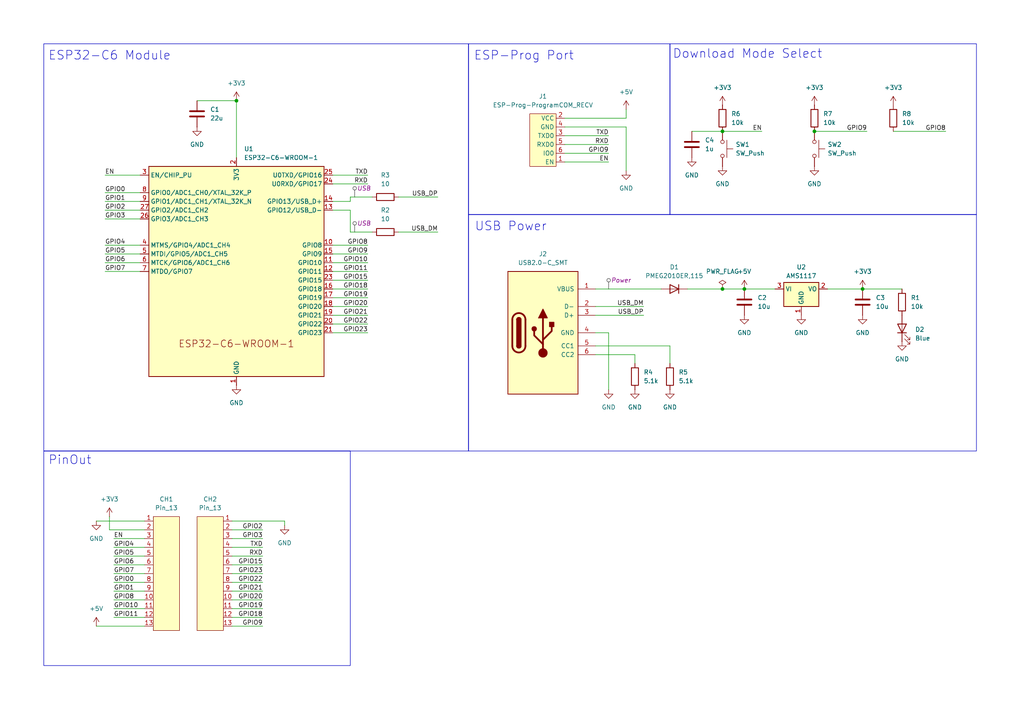
<source format=kicad_sch>
(kicad_sch (version 20231120) (generator "eeschema") (generator_version "8.0")
  (paper "A4")
  (title_block (title "ESP-C6-WROOM-1 Dev Board") (rev "v1.0.0") (company "Atsushi Morimoto(@74th)"))
  (lib_symbols
    (symbol "74th_Interface:ESP-Prog-ProgramCOM_RECV"
      (property "Reference" "J" (at 0 5.08 0))
      (property "Value" "ESP-Prog-ProgramCOM_RECV" (at 0 7.62 0))
      (symbol "ESP-Prog-ProgramCOM_RECV_0_1"
        (rectangle (start -3.81 3.81) (end 3.81 -11.43) (stroke (width 0.1524)) (fill (type background)))
      )
      (symbol "ESP-Prog-ProgramCOM_RECV_1_1"
        (pin output line (at 6.35 -10.16 180) (length 2.54) (name "EN") (number "1"))
        (pin passive line (at 6.35 2.54 180) (length 2.54) (name "VCC") (number "2"))
        (pin input line (at 6.35 -2.54 180) (length 2.54) (name "TXD0") (number "3"))
        (pin passive line (at 6.35 0 180) (length 2.54) (name "GND") (number "4"))
        (pin output line (at 6.35 -5.08 180) (length 2.54) (name "RXD0") (number "5"))
        (pin output line (at 6.35 -7.62 180) (length 2.54) (name "IO0") (number "6"))
      )
    )
    (symbol "74th_Interface:Pin_13"
      (property "Reference" "CH1" (at 0 6.35 0))
      (property "Value" "Pin_13" (at 0 3.81 0))
      (symbol "Pin_13_0_1"
        (rectangle (start -3.81 1.27) (end 3.81 -31.75) (stroke (width 0.1524)) (fill (type background)))
      )
      (symbol "Pin_13_1_1"
        (pin power_in line (at 6.35 0 180) (length 2.54) (name "") (number "1"))
        (pin bidirectional line (at 6.35 -22.86 180) (length 2.54) (name "") (number "10"))
        (pin bidirectional line (at 6.35 -25.4 180) (length 2.54) (name "") (number "11"))
        (pin bidirectional line (at 6.35 -27.94 180) (length 2.54) (name "") (number "12"))
        (pin power_in line (at 6.35 -30.48 180) (length 2.54) (name "") (number "13"))
        (pin power_in line (at 6.35 -2.54 180) (length 2.54) (name "") (number "2"))
        (pin bidirectional line (at 6.35 -5.08 180) (length 2.54) (name "") (number "3"))
        (pin bidirectional line (at 6.35 -7.62 180) (length 2.54) (name "") (number "4"))
        (pin bidirectional line (at 6.35 -10.16 180) (length 2.54) (name "") (number "5"))
        (pin bidirectional line (at 6.35 -12.7 180) (length 2.54) (name "") (number "6"))
        (pin bidirectional line (at 6.35 -15.24 180) (length 2.54) (name "") (number "7"))
        (pin bidirectional line (at 6.35 -17.78 180) (length 2.54) (name "") (number "8"))
        (pin bidirectional line (at 6.35 -20.32 180) (length 2.54) (name "") (number "9"))
      )
    )
    (symbol "74th_Interface:USB_TypeC-2.0_Receptacle" (pin_names (offset 1.016))
      (property "Reference" "J" (at -10.16 19.05 0))
      (property "Value" "USB2.0-C_SMT" (at 15.24 19.05 0))
      (symbol "USB_TypeC-2.0_Receptacle_0_1"
        (rectangle (start -10.16 17.78) (end 10.16 -17.78) (stroke (width 0.254)) (fill (type background)))
        (arc (start -8.89 -3.81) (mid -6.985 -5.7067) (end -5.08 -3.81) (stroke (width 0.508)))
        (arc (start -7.62 -3.81) (mid -6.985 -4.4423) (end -6.35 -3.81) (stroke (width 0.254)))
        (arc (start -7.62 -3.81) (mid -6.985 -4.4423) (end -6.35 -3.81) (stroke (width 0.254)) (fill (type outline)))
        (rectangle (start -7.62 -3.81) (end -6.35 3.81) (stroke (width 0.254)) (fill (type outline)))
        (arc (start -6.35 3.81) (mid -6.985 4.4423) (end -7.62 3.81) (stroke (width 0.254)))
        (arc (start -6.35 3.81) (mid -6.985 4.4423) (end -7.62 3.81) (stroke (width 0.254)) (fill (type outline)))
        (arc (start -5.08 3.81) (mid -6.985 5.7067) (end -8.89 3.81) (stroke (width 0.508)))
        (circle (center -2.54 1.143) (radius 0.635) (stroke (width 0.254)) (fill (type outline)))
        (circle (center 0 -5.842) (radius 1.27) (fill (type outline)))
        (polyline (pts (xy -8.89 -3.81) (xy -8.89 3.81)) (stroke (width 0.508)))
        (polyline (pts (xy -5.08 3.81) (xy -5.08 -3.81)) (stroke (width 0.508)))
        (polyline (pts (xy 0 -5.842) (xy 0 4.318)) (stroke (width 0.508)))
        (polyline (pts (xy 0 -3.302) (xy -2.54 -0.762) (xy -2.54 0.508)) (stroke (width 0.508)))
        (polyline (pts (xy 0 -2.032) (xy 2.54 0.508) (xy 2.54 1.778)) (stroke (width 0.508)))
        (polyline (pts (xy -1.27 4.318) (xy 0 6.858) (xy 1.27 4.318) (xy -1.27 4.318)) (stroke (width 0.254)) (fill (type outline)))
        (rectangle (start 1.905 1.778) (end 3.175 3.048) (stroke (width 0.254)) (fill (type outline)))
      )
      (symbol "USB_TypeC-2.0_Receptacle_1_1"
        (pin power_out line (at 15.24 12.7 180) (length 5.08) (name "VBUS") (number "1"))
        (pin bidirectional line (at 15.24 7.62 180) (length 5.08) (name "D-") (number "2"))
        (pin bidirectional line (at 15.24 5.08 180) (length 5.08) (name "D+") (number "3"))
        (pin power_out line (at 15.24 0 180) (length 5.08) (name "GND") (number "4"))
        (pin input line (at 15.24 -3.81 180) (length 5.08) (name "CC1") (number "5"))
        (pin input line (at 15.24 -6.35 180) (length 5.08) (name "CC2") (number "6"))
      )
    )
    (symbol "74th_Passive:AMS1117-3.3_Regulator_SOT223"
      (property "Reference" "U" (at -3.81 3.175 0))
      (property "Value" "AMS1117" (at 0 3.175 0))
      (symbol "AMS1117-3.3_Regulator_SOT223_0_1"
        (rectangle (start -5.08 1.905) (end 5.08 -5.08) (stroke (width 0.254)) (fill (type background)))
      )
      (symbol "AMS1117-3.3_Regulator_SOT223_1_1"
        (pin power_in line (at 0 -7.62 90) (length 2.54) (name "GND") (number "1"))
        (pin power_out line (at 7.62 0 180) (length 2.54) (name "VO") (number "2"))
        (pin power_in line (at -7.62 0 0) (length 2.54) (name "VI") (number "3"))
      )
    )
    (symbol "Device:C" (pin_numbers hide) (pin_names (offset 0.254))
      (property "Reference" "C" (at 0.635 2.54 0))
      (property "Value" "C" (at 0.635 -2.54 0))
      (symbol "C_0_1"
        (polyline (pts (xy -2.032 -0.762) (xy 2.032 -0.762)) (stroke (width 0.508)))
        (polyline (pts (xy -2.032 0.762) (xy 2.032 0.762)) (stroke (width 0.508)))
      )
      (symbol "C_1_1"
        (pin passive line (at 0 3.81 270) (length 2.794) (name "~") (number "1"))
        (pin passive line (at 0 -3.81 90) (length 2.794) (name "~") (number "2"))
      )
    )
    (symbol "Device:D" (pin_numbers hide) (pin_names (offset 1.016) hide)
      (property "Reference" "D" (at 0 2.54 0))
      (property "Value" "D" (at 0 -2.54 0))
      (symbol "D_0_1"
        (polyline (pts (xy -1.27 1.27) (xy -1.27 -1.27)) (stroke (width 0.254)))
        (polyline (pts (xy 1.27 0) (xy -1.27 0)))
        (polyline (pts (xy 1.27 1.27) (xy 1.27 -1.27) (xy -1.27 0) (xy 1.27 1.27)) (stroke (width 0.254)))
      )
      (symbol "D_1_1"
        (pin passive line (at -3.81 0 0) (length 2.54) (name "K") (number "1"))
        (pin passive line (at 3.81 0 180) (length 2.54) (name "A") (number "2"))
      )
    )
    (symbol "Device:LED" (pin_numbers hide) (pin_names (offset 1.016) hide)
      (property "Reference" "D" (at 0 2.54 0))
      (property "Value" "LED" (at 0 -2.54 0))
      (symbol "LED_0_1"
        (polyline (pts (xy -1.27 -1.27) (xy -1.27 1.27)) (stroke (width 0.254)))
        (polyline (pts (xy -1.27 0) (xy 1.27 0)))
        (polyline (pts (xy 1.27 -1.27) (xy 1.27 1.27) (xy -1.27 0) (xy 1.27 -1.27)) (stroke (width 0.254)))
        (polyline (pts (xy -3.048 -0.762) (xy -4.572 -2.286) (xy -3.81 -2.286) (xy -4.572 -2.286) (xy -4.572 -1.524)))
        (polyline (pts (xy -1.778 -0.762) (xy -3.302 -2.286) (xy -2.54 -2.286) (xy -3.302 -2.286) (xy -3.302 -1.524)))
      )
      (symbol "LED_1_1"
        (pin passive line (at -3.81 0 0) (length 2.54) (name "K") (number "1"))
        (pin passive line (at 3.81 0 180) (length 2.54) (name "A") (number "2"))
      )
    )
    (symbol "Device:R" (pin_numbers hide) (pin_names (offset 0))
      (property "Reference" "R" (at 2.032 0 90))
      (property "Value" "R" (at 0 0 90))
      (symbol "R_0_1"
        (rectangle (start -1.016 -2.54) (end 1.016 2.54) (stroke (width 0.254)))
      )
      (symbol "R_1_1"
        (pin passive line (at 0 3.81 270) (length 1.27) (name "~") (number "1"))
        (pin passive line (at 0 -3.81 90) (length 1.27) (name "~") (number "2"))
      )
    )
    (symbol "PCM_Espressif:ESP32-C6-WROOM-1"
      (property "Reference" "U" (at -25.4 35.56 0))
      (property "Value" "ESP32-C6-WROOM-1" (at -25.4 33.02 0))
      (symbol "ESP32-C6-WROOM-1_0_0"
        (text "ESP32-C6-WROOM-1" (at 0 -20.955 0) (effects (font (size 2 2))))
      )
      (symbol "ESP32-C6-WROOM-1_0_1"
        (rectangle (start -25.4 30.48) (end 25.4 -30.48) (stroke (width 0.254)) (fill (type background)))
      )
      (symbol "ESP32-C6-WROOM-1_1_1"
        (pin power_in line (at 0 -33.02 90) (length 2.54) (name "GND") (number "1"))
        (pin bidirectional line (at 27.94 7.62 180) (length 2.54) (name "GPIO8") (number "10"))
        (pin bidirectional line (at 27.94 2.54 180) (length 2.54) (name "GPIO10") (number "11"))
        (pin bidirectional line (at 27.94 0 180) (length 2.54) (name "GPIO11") (number "12"))
        (pin bidirectional line (at 27.94 17.78 180) (length 2.54) (name "GPIO12/USB_D-") (number "13"))
        (pin bidirectional line (at 27.94 20.32 180) (length 2.54) (name "GPIO13/USB_D+") (number "14"))
        (pin bidirectional line (at 27.94 5.08 180) (length 2.54) (name "GPIO9") (number "15"))
        (pin bidirectional line (at 27.94 -5.08 180) (length 2.54) (name "GPIO18") (number "16"))
        (pin bidirectional line (at 27.94 -7.62 180) (length 2.54) (name "GPIO19") (number "17"))
        (pin bidirectional line (at 27.94 -10.16 180) (length 2.54) (name "GPIO20") (number "18"))
        (pin bidirectional line (at 27.94 -12.7 180) (length 2.54) (name "GPIO21") (number "19"))
        (pin power_in line (at 0 33.02 270) (length 2.54) (name "3V3") (number "2"))
        (pin bidirectional line (at 27.94 -15.24 180) (length 2.54) (name "GPIO22") (number "20"))
        (pin bidirectional line (at 27.94 -17.78 180) (length 2.54) (name "GPIO23") (number "21"))
        (pin no_connect line (at -25.4 -12.7 0) (length 2.54) hide (name "NC") (number "22"))
        (pin bidirectional line (at 27.94 -2.54 180) (length 2.54) (name "GPIO15") (number "23"))
        (pin bidirectional line (at 27.94 25.4 180) (length 2.54) (name "U0RXD/GPIO17") (number "24"))
        (pin bidirectional line (at 27.94 27.94 180) (length 2.54) (name "U0TXD/GPIO16") (number "25"))
        (pin bidirectional line (at -27.94 15.24 0) (length 2.54) (name "GPIO3/ADC1_CH3") (number "26"))
        (pin bidirectional line (at -27.94 17.78 0) (length 2.54) (name "GPIO2/ADC1_CH2") (number "27"))
        (pin passive line (at 0 -33.02 90) (length 2.54) hide (name "GND") (number "28"))
        (pin passive line (at 0 -33.02 90) (length 2.54) hide (name "GND") (number "29"))
        (pin input line (at -27.94 27.94 0) (length 2.54) (name "EN/CHIP_PU") (number "3"))
        (pin bidirectional line (at -27.94 7.62 0) (length 2.54) (name "MTMS/GPIO4/ADC1_CH4") (number "4"))
        (pin bidirectional line (at -27.94 5.08 0) (length 2.54) (name "MTDI/GPIO5/ADC1_CH5") (number "5"))
        (pin bidirectional line (at -27.94 2.54 0) (length 2.54) (name "MTCK/GPIO6/ADC1_CH6") (number "6"))
        (pin bidirectional line (at -27.94 0 0) (length 2.54) (name "MTDO/GPIO7") (number "7"))
        (pin bidirectional line (at -27.94 22.86 0) (length 2.54) (name "GPIO0/ADC1_CH0/XTAL_32K_P") (number "8"))
        (pin bidirectional line (at -27.94 20.32 0) (length 2.54) (name "GPIO1/ADC1_CH1/XTAL_32K_N") (number "9"))
      )
    )
    (symbol "Pin_13_1"
      (property "Reference" "CH2" (at 0 6.35 0))
      (property "Value" "Pin_13" (at 0 3.81 0))
      (symbol "Pin_13_1_0_1"
        (rectangle (start -3.81 1.27) (end 3.81 -31.75) (stroke (width 0.1524)) (fill (type background)))
      )
      (symbol "Pin_13_1_1_1"
        (pin power_in line (at 6.35 0 180) (length 2.54) (name "") (number "1"))
        (pin bidirectional line (at 6.35 -22.86 180) (length 2.54) (name "") (number "10"))
        (pin bidirectional line (at 6.35 -25.4 180) (length 2.54) (name "") (number "11"))
        (pin bidirectional line (at 6.35 -27.94 180) (length 2.54) (name "") (number "12"))
        (pin bidirectional line (at 6.35 -30.48 180) (length 2.54) (name "") (number "13"))
        (pin bidirectional line (at 6.35 -2.54 180) (length 2.54) (name "") (number "2"))
        (pin bidirectional line (at 6.35 -5.08 180) (length 2.54) (name "") (number "3"))
        (pin bidirectional line (at 6.35 -7.62 180) (length 2.54) (name "") (number "4"))
        (pin bidirectional line (at 6.35 -10.16 180) (length 2.54) (name "") (number "5"))
        (pin bidirectional line (at 6.35 -12.7 180) (length 2.54) (name "") (number "6"))
        (pin bidirectional line (at 6.35 -15.24 180) (length 2.54) (name "") (number "7"))
        (pin bidirectional line (at 6.35 -17.78 180) (length 2.54) (name "") (number "8"))
        (pin bidirectional line (at 6.35 -20.32 180) (length 2.54) (name "") (number "9"))
      )
    )
    (symbol "Switch:SW_Push" (pin_numbers hide) (pin_names (offset 1.016) hide)
      (property "Reference" "SW" (at 1.27 2.54 0))
      (property "Value" "SW_Push" (at 0 -1.524 0))
      (symbol "SW_Push_0_1"
        (circle (center -2.032 0) (radius 0.508))
        (polyline (pts (xy 0 1.27) (xy 0 3.048)))
        (polyline (pts (xy 2.54 1.27) (xy -2.54 1.27)))
        (circle (center 2.032 0) (radius 0.508))
        (pin passive line (at -5.08 0 0) (length 2.54) (name "1") (number "1"))
        (pin passive line (at 5.08 0 180) (length 2.54) (name "2") (number "2"))
      )
    )
    (symbol "power:+3V3" (power) (pin_numbers hide) (pin_names (offset 0) hide)
      (property "Value" "+3V3" (at 0 3.556 0))
      (symbol "+3V3_0_1"
        (polyline (pts (xy -0.762 1.27) (xy 0 2.54)))
        (polyline (pts (xy 0 0) (xy 0 2.54)))
        (polyline (pts (xy 0 2.54) (xy 0.762 1.27)))
      )
      (symbol "+3V3_1_1"
        (pin power_in line (at 0 0 90) (length 0) (name "~") (number "1"))
      )
    )
    (symbol "power:+5V" (power) (pin_numbers hide) (pin_names (offset 0) hide)
      (property "Value" "+5V" (at 0 3.556 0))
      (symbol "+5V_0_1"
        (polyline (pts (xy -0.762 1.27) (xy 0 2.54)))
        (polyline (pts (xy 0 0) (xy 0 2.54)))
        (polyline (pts (xy 0 2.54) (xy 0.762 1.27)))
      )
      (symbol "+5V_1_1"
        (pin power_in line (at 0 0 90) (length 0) (name "~") (number "1"))
      )
    )
    (symbol "power:GND" (power) (pin_numbers hide) (pin_names (offset 0) hide)
      (property "Value" "GND" (at 0 -3.81 0))
      (symbol "GND_0_1"
        (polyline (pts (xy 0 0) (xy 0 -1.27) (xy 1.27 -1.27) (xy 0 -2.54) (xy -1.27 -1.27) (xy 0 -1.27)))
      )
      (symbol "GND_1_1"
        (pin power_in line (at 0 0 270) (length 0) (name "~") (number "1"))
      )
    )
    (symbol "power:PWR_FLAG" (power) (pin_numbers hide) (pin_names (offset 0) hide)
      (property "Value" "PWR_FLAG" (at 0 3.81 0))
      (symbol "PWR_FLAG_0_0"
        (pin power_out line (at 0 0 90) (length 0) (name "~") (number "1"))
      )
      (symbol "PWR_FLAG_0_1"
        (polyline (pts (xy 0 0) (xy 0 1.27) (xy -1.016 1.905) (xy 0 2.54) (xy 1.016 1.905) (xy 0 1.27)))
      )
    )
  )
  (junction (at 215.9 83.82))
  (junction (at 250.19 83.82))
  (junction (at 236.22 38.1))
  (junction (at 68.58 29.21))
  (junction (at 209.55 83.82))
  (junction (at 209.55 38.1))
  (wire (pts (xy 33.02 166.37) (xy 41.91 166.37)))
  (wire (pts (xy 67.31 166.37) (xy 76.2 166.37)))
  (wire (pts (xy 30.48 63.5) (xy 40.64 63.5)))
  (wire (pts (xy 68.58 29.21) (xy 57.15 29.21)))
  (wire (pts (xy 67.31 153.67) (xy 76.2 153.67)))
  (wire (pts (xy 67.31 151.13) (xy 82.55 151.13)))
  (wire (pts (xy 209.55 38.1) (xy 220.98 38.1)))
  (wire (pts (xy 82.55 151.13) (xy 82.55 152.4)))
  (wire (pts (xy 68.58 29.21) (xy 68.58 45.72)))
  (wire (pts (xy 31.75 153.67) (xy 41.91 153.67)))
  (wire (pts (xy 96.52 81.28) (xy 106.68 81.28)))
  (wire (pts (xy 67.31 158.75) (xy 76.2 158.75)))
  (wire (pts (xy 30.48 73.66) (xy 40.64 73.66)))
  (wire (pts (xy 215.9 83.82) (xy 224.79 83.82)))
  (wire (pts (xy 30.48 71.12) (xy 40.64 71.12)))
  (wire (pts (xy 96.52 78.74) (xy 106.68 78.74)))
  (wire (pts (xy 163.83 39.37) (xy 176.53 39.37)))
  (wire (pts (xy 172.72 88.9) (xy 186.69 88.9)))
  (wire (pts (xy 115.57 57.15) (xy 127 57.15)))
  (wire (pts (xy 30.48 50.8) (xy 40.64 50.8)))
  (wire (pts (xy 96.52 71.12) (xy 106.68 71.12)))
  (wire (pts (xy 96.52 86.36) (xy 106.68 86.36)))
  (wire (pts (xy 33.02 156.21) (xy 41.91 156.21)))
  (wire (pts (xy 176.53 96.52) (xy 172.72 96.52)))
  (wire (pts (xy 199.39 83.82) (xy 209.55 83.82)))
  (wire (pts (xy 96.52 91.44) (xy 106.68 91.44)))
  (wire (pts (xy 181.61 31.75) (xy 181.61 34.29)))
  (wire (pts (xy 163.83 36.83) (xy 181.61 36.83)))
  (wire (pts (xy 67.31 181.61) (xy 76.2 181.61)))
  (wire (pts (xy 67.31 173.99) (xy 76.2 173.99)))
  (wire (pts (xy 27.94 181.61) (xy 41.91 181.61)))
  (wire (pts (xy 33.02 168.91) (xy 41.91 168.91)))
  (wire (pts (xy 96.52 73.66) (xy 106.68 73.66)))
  (wire (pts (xy 172.72 91.44) (xy 186.69 91.44)))
  (wire (pts (xy 33.02 161.29) (xy 41.91 161.29)))
  (wire (pts (xy 96.52 88.9) (xy 106.68 88.9)))
  (wire (pts (xy 250.19 83.82) (xy 261.62 83.82)))
  (wire (pts (xy 101.6 58.42) (xy 101.6 57.15)))
  (wire (pts (xy 184.15 102.87) (xy 184.15 105.41)))
  (wire (pts (xy 30.48 76.2) (xy 40.64 76.2)))
  (wire (pts (xy 30.48 58.42) (xy 40.64 58.42)))
  (wire (pts (xy 176.53 113.03) (xy 176.53 96.52)))
  (wire (pts (xy 194.31 100.33) (xy 194.31 105.41)))
  (wire (pts (xy 31.75 149.86) (xy 31.75 153.67)))
  (wire (pts (xy 67.31 161.29) (xy 76.2 161.29)))
  (wire (pts (xy 33.02 176.53) (xy 41.91 176.53)))
  (wire (pts (xy 30.48 78.74) (xy 40.64 78.74)))
  (wire (pts (xy 96.52 50.8) (xy 106.68 50.8)))
  (wire (pts (xy 33.02 163.83) (xy 41.91 163.83)))
  (wire (pts (xy 67.31 171.45) (xy 76.2 171.45)))
  (wire (pts (xy 33.02 179.07) (xy 41.91 179.07)))
  (wire (pts (xy 163.83 41.91) (xy 176.53 41.91)))
  (wire (pts (xy 67.31 176.53) (xy 76.2 176.53)))
  (wire (pts (xy 96.52 58.42) (xy 101.6 58.42)))
  (wire (pts (xy 236.22 38.1) (xy 251.46 38.1)))
  (wire (pts (xy 209.55 83.82) (xy 215.9 83.82)))
  (wire (pts (xy 172.72 102.87) (xy 184.15 102.87)))
  (wire (pts (xy 27.94 151.13) (xy 41.91 151.13)))
  (wire (pts (xy 96.52 53.34) (xy 106.68 53.34)))
  (wire (pts (xy 67.31 156.21) (xy 76.2 156.21)))
  (wire (pts (xy 101.6 60.96) (xy 101.6 67.31)))
  (wire (pts (xy 96.52 93.98) (xy 106.68 93.98)))
  (wire (pts (xy 67.31 163.83) (xy 76.2 163.83)))
  (wire (pts (xy 67.31 168.91) (xy 76.2 168.91)))
  (wire (pts (xy 163.83 46.99) (xy 176.53 46.99)))
  (wire (pts (xy 67.31 179.07) (xy 76.2 179.07)))
  (wire (pts (xy 101.6 57.15) (xy 107.95 57.15)))
  (wire (pts (xy 33.02 173.99) (xy 41.91 173.99)))
  (wire (pts (xy 101.6 67.31) (xy 107.95 67.31)))
  (wire (pts (xy 96.52 96.52) (xy 106.68 96.52)))
  (wire (pts (xy 163.83 34.29) (xy 181.61 34.29)))
  (wire (pts (xy 200.66 38.1) (xy 209.55 38.1)))
  (wire (pts (xy 115.57 67.31) (xy 127 67.31)))
  (wire (pts (xy 30.48 55.88) (xy 40.64 55.88)))
  (wire (pts (xy 240.03 83.82) (xy 250.19 83.82)))
  (wire (pts (xy 172.72 100.33) (xy 194.31 100.33)))
  (wire (pts (xy 172.72 83.82) (xy 191.77 83.82)))
  (wire (pts (xy 33.02 171.45) (xy 41.91 171.45)))
  (wire (pts (xy 259.08 38.1) (xy 274.32 38.1)))
  (wire (pts (xy 96.52 76.2) (xy 106.68 76.2)))
  (wire (pts (xy 163.83 44.45) (xy 176.53 44.45)))
  (wire (pts (xy 181.61 36.83) (xy 181.61 49.53)))
  (wire (pts (xy 30.48 60.96) (xy 40.64 60.96)))
  (wire (pts (xy 33.02 158.75) (xy 41.91 158.75)))
  (wire (pts (xy 96.52 83.82) (xy 106.68 83.82)))
  (wire (pts (xy 96.52 60.96) (xy 101.6 60.96)))
  (rectangle (start 12.7 130.81) (end 101.6 193.04))
  (rectangle (start 12.7 12.7) (end 135.89 130.81))
  (rectangle (start 194.31 12.7) (end 283.21 62.23))
  (rectangle (start 135.89 12.7) (end 194.31 62.23))
  (rectangle (start 135.89 62.23) (end 283.21 130.81))
  (text "PinOut" (at 13.97 132.08 0) (effects (font (size 2.54 2.54)) (justify left top)))
  (text "ESP32-C6 Module" (at 13.97 14.732 0) (effects (font (size 2.54 2.54)) (justify left top)))
  (text "ESP-Prog Port" (at 137.414 14.732 0) (effects (font (size 2.54 2.54)) (justify left top)))
  (text "USB Power" (at 137.668 64.262 0) (effects (font (size 2.54 2.54)) (justify left top)))
  (text "Download Mode Select" (at 195.072 14.224 0) (effects (font (size 2.54 2.54)) (justify left top)))
  (label "GPIO6" (at 33.02 163.83 0))
  (label "GPIO20" (at 106.68 88.9 180))
  (label "GPIO15" (at 106.68 81.28 180))
  (label "GPIO1" (at 33.02 171.45 0))
  (label "TXD" (at 176.53 39.37 180))
  (label "USB_DM" (at 127 67.31 180))
  (label "GPIO11" (at 106.68 78.74 180))
  (label "GPIO9" (at 251.46 38.1 180))
  (label "GPIO2" (at 76.2 153.67 180))
  (label "GPIO19" (at 106.68 86.36 180))
  (label "GPIO8" (at 33.02 173.99 0))
  (label "GPIO9" (at 176.53 44.45 180))
  (label "GPIO18" (at 76.2 179.07 180))
  (label "GPIO23" (at 106.68 96.52 180))
  (label "GPIO3" (at 76.2 156.21 180))
  (label "GPIO10" (at 106.68 76.2 180))
  (label "USB_DP" (at 127 57.15 180))
  (label "GPIO23" (at 76.2 166.37 180))
  (label "GPIO21" (at 106.68 91.44 180))
  (label "RXD" (at 76.2 161.29 180))
  (label "GPIO15" (at 76.2 163.83 180))
  (label "GPIO10" (at 33.02 176.53 0))
  (label "TXD" (at 76.2 158.75 180))
  (label "EN" (at 30.48 50.8 0))
  (label "USB_DP" (at 186.69 91.44 180))
  (label "GPIO0" (at 33.02 168.91 0))
  (label "GPIO3" (at 30.48 63.5 0))
  (label "GPIO8" (at 274.32 38.1 180))
  (label "GPIO5" (at 33.02 161.29 0))
  (label "EN" (at 33.02 156.21 0))
  (label "GPIO22" (at 76.2 168.91 180))
  (label "GPIO4" (at 30.48 71.12 0))
  (label "GPIO11" (at 33.02 179.07 0))
  (label "GPIO19" (at 76.2 176.53 180))
  (label "GPIO0" (at 30.48 55.88 0))
  (label "GPIO9" (at 106.68 73.66 180))
  (label "GPIO9" (at 76.2 181.61 180))
  (label "GPIO8" (at 106.68 71.12 180))
  (label "GPIO1" (at 30.48 58.42 0))
  (label "GPIO21" (at 76.2 171.45 180))
  (label "GPIO22" (at 106.68 93.98 180))
  (label "EN" (at 176.53 46.99 180))
  (label "GPIO7" (at 33.02 166.37 0))
  (label "GPIO5" (at 30.48 73.66 0))
  (label "GPIO7" (at 30.48 78.74 0))
  (label "GPIO6" (at 30.48 76.2 0))
  (label "TXD" (at 106.68 50.8 180))
  (label "GPIO18" (at 106.68 83.82 180))
  (label "USB_DM" (at 186.69 88.9 180))
  (label "RXD" (at 176.53 41.91 180))
  (label "GPIO4" (at 33.02 158.75 0))
  (label "GPIO20" (at 76.2 173.99 180))
  (label "RXD" (at 106.68 53.34 180))
  (label "GPIO2" (at 30.48 60.96 0))
  (label "EN" (at 220.98 38.1 180))
  (netclass_flag "" (length 2.54) (shape round) (at 102.87 57.15 0) (property "Netclass" "USB" (at 103.5685 54.61 0) (effects (font (italic yes)) (justify left))))
  (netclass_flag "" (length 2.54) (shape round) (at 102.87 67.31 0) (property "Netclass" "USB" (at 103.5685 64.77 0) (effects (font (italic yes)) (justify left))))
  (netclass_flag "" (length 2.54) (shape round) (at 176.53 83.82 0) (property "Netclass" "Power" (at 177.2285 81.28 0) (effects (font (italic yes)) (justify left))))
  (symbol (lib_id "power:+3V3") (at 209.55 30.48 0) (unit 1)
    (property "Reference" "#PWR015" (effects (hide yes)))
    (property "Value" "+3V3" (at 209.55 25.4 0))
    (property "Description" "Power symbol creates a global label with name \"+3V3\"" (effects (hide yes)))
  )
  (symbol (lib_id "power:+3V3") (at 259.08 30.48 0) (unit 1)
    (property "Reference" "#PWR019" (effects (hide yes)))
    (property "Value" "+3V3" (at 259.08 25.4 0))
    (property "Description" "Power symbol creates a global label with name \"+3V3\"" (effects (hide yes)))
  )
  (symbol (lib_id "Device:R") (at 184.15 109.22 180) (unit 1)
    (property "Reference" "R4" (at 186.69 107.9499 0) (effects (justify right)))
    (property "Value" "5.1k" (at 186.69 110.4899 0) (effects (justify right)))
    (property "Footprint" "74th:Register_0805_2012" (effects (hide yes)))
    (property "Description" "Resistor" (effects (hide yes)))
  )
  (symbol (lib_id "Device:LED") (at 261.62 95.25 90) (unit 1)
    (property "Reference" "D2" (at 265.43 95.5674 90) (effects (justify right)))
    (property "Value" "Blue" (at 265.43 98.1074 90) (effects (justify right)))
    (property "Footprint" "74th:LED_0805_2012" (effects (hide yes)))
    (property "Description" "Light emitting diode" (effects (hide yes)))
  )
  (symbol (lib_id "Device:R") (at 259.08 34.29 180) (unit 1)
    (property "Reference" "R8" (at 261.62 33.0199 0) (effects (justify right)))
    (property "Value" "10k" (at 261.62 35.5599 0) (effects (justify right)))
    (property "Footprint" "74th:Register_0805_2012" (effects (hide yes)))
    (property "Description" "Resistor" (effects (hide yes)))
  )
  (symbol (lib_id "power:+5V") (at 181.61 31.75 0) (unit 1)
    (property "Reference" "#PWR03" (effects (hide yes)))
    (property "Value" "+5V" (at 181.61 26.67 0))
    (property "Description" "Power symbol creates a global label with name \"+5V\"" (effects (hide yes)))
  )
  (symbol (lib_id "power:+5V") (at 215.9 83.82 0) (unit 1)
    (property "Reference" "#PWR05" (effects (hide yes)))
    (property "Value" "+5V" (at 215.9 78.74 0))
    (property "Description" "Power symbol creates a global label with name \"+5V\"" (effects (hide yes)))
  )
  (symbol (lib_id "power:GND") (at 68.58 111.76 0) (unit 1)
    (property "Reference" "#PWR02" (effects (hide yes)))
    (property "Value" "GND" (at 68.58 116.84 0))
    (property "Description" "Power symbol creates a global label with name \"GND\" , ground" (effects (hide yes)))
  )
  (symbol (lib_id "Device:C") (at 200.66 41.91 0) (unit 1)
    (property "Reference" "C4" (at 204.47 40.6399 0) (effects (justify left)))
    (property "Value" "1u" (at 204.47 43.1799 0) (effects (justify left)))
    (property "Footprint" "74th:Capacitor_0805_2012" (effects (hide yes)))
    (property "Description" "Unpolarized capacitor" (effects (hide yes)))
  )
  (symbol (lib_id "power:GND") (at 236.22 48.26 0) (unit 1)
    (property "Reference" "#PWR018" (effects (hide yes)))
    (property "Value" "GND" (at 236.22 53.34 0))
    (property "Description" "Power symbol creates a global label with name \"GND\" , ground" (effects (hide yes)))
  )
  (symbol (lib_id "power:+3V3") (at 31.75 149.86 0) (unit 1)
    (property "Reference" "#PWR020" (effects (hide yes)))
    (property "Value" "+3V3" (at 31.75 144.78 0))
    (property "Description" "Power symbol creates a global label with name \"+3V3\"" (effects (hide yes)))
  )
  (symbol (lib_id "Device:C") (at 215.9 87.63 0) (unit 1)
    (property "Reference" "C2" (at 219.71 86.3599 0) (effects (justify left)))
    (property "Value" "10u" (at 219.71 88.8999 0) (effects (justify left)))
    (property "Footprint" "74th:Capacitor_0805_2012" (effects (hide yes)))
    (property "Description" "Unpolarized capacitor" (effects (hide yes)))
  )
  (symbol (lib_id "Device:R") (at 111.76 57.15 90) (unit 1)
    (property "Reference" "R3" (at 111.76 50.8 90))
    (property "Value" "10" (at 111.76 53.34 90))
    (property "Footprint" "74th:Register_0805_2012" (effects (hide yes)))
    (property "Description" "Resistor" (effects (hide yes)))
  )
  (symbol (lib_id "power:+3V3") (at 250.19 83.82 0) (unit 1)
    (property "Reference" "#PWR06" (effects (hide yes)))
    (property "Value" "+3V3" (at 250.19 78.74 0))
    (property "Description" "Power symbol creates a global label with name \"+3V3\"" (effects (hide yes)))
  )
  (symbol (lib_id "power:GND") (at 215.9 91.44 0) (unit 1)
    (property "Reference" "#PWR07" (effects (hide yes)))
    (property "Value" "GND" (at 215.9 96.52 0))
    (property "Description" "Power symbol creates a global label with name \"GND\" , ground" (effects (hide yes)))
  )
  (symbol (lib_id "Switch:SW_Push") (at 236.22 43.18 270) (unit 1)
    (property "Reference" "SW2" (at 240.03 41.9099 90) (effects (justify left)))
    (property "Value" "SW_Push" (at 240.03 44.4499 90) (effects (justify left)))
    (property "Footprint" "74th:Switch_SKRPABE010" (effects (hide yes)))
    (property "Description" "Push button switch, generic, two pins" (effects (hide yes)))
    (property "Function" "BOOT" (effects (hide yes)))
  )
  (symbol (lib_id "power:GND") (at 209.55 48.26 0) (unit 1)
    (property "Reference" "#PWR016" (effects (hide yes)))
    (property "Value" "GND" (at 209.55 53.34 0))
    (property "Description" "Power symbol creates a global label with name \"GND\" , ground" (effects (hide yes)))
  )
  (symbol (lib_id "Device:C") (at 57.15 33.02 0) (unit 1)
    (property "Reference" "C1" (at 60.96 31.7499 0) (effects (justify left)))
    (property "Value" "22u" (at 60.96 34.2899 0) (effects (justify left)))
    (property "Footprint" "74th:Capacitor_0805_2012" (effects (hide yes)))
    (property "Description" "Unpolarized capacitor" (effects (hide yes)))
  )
  (symbol (lib_id "74th_Passive:AMS1117-3.3_Regulator_SOT223") (at 232.41 83.82 0) (unit 1)
    (property "Reference" "U2" (at 232.41 77.47 0))
    (property "Value" "AMS1117" (at 232.41 80.01 0))
    (property "Footprint" "Package_TO_SOT_SMD:SOT-223-3_TabPin2" (effects (hide yes)))
    (property "Description" "1A Low Dropout regulator, positive, adjustable output, SOT-223" (effects (hide yes)))
  )
  (symbol (lib_id "Device:C") (at 250.19 87.63 0) (unit 1)
    (property "Reference" "C3" (at 254 86.3599 0) (effects (justify left)))
    (property "Value" "10u" (at 254 88.8999 0) (effects (justify left)))
    (property "Footprint" "74th:Capacitor_0805_2012" (effects (hide yes)))
    (property "Description" "Unpolarized capacitor" (effects (hide yes)))
  )
  (symbol (lib_id "power:GND") (at 176.53 113.03 0) (unit 1)
    (property "Reference" "#PWR013" (effects (hide yes)))
    (property "Value" "GND" (at 176.53 118.11 0))
    (property "Description" "Power symbol creates a global label with name \"GND\" , ground" (effects (hide yes)))
  )
  (symbol (lib_id "74th_Interface:USB_TypeC-2.0_Receptacle") (at 157.48 96.52 0) (unit 1)
    (property "Reference" "J2" (at 157.48 73.66 0))
    (property "Value" "USB2.0-C_SMT" (at 157.48 76.2 0))
    (property "Footprint" "74th:Connector_USB-C-Receptacle_SMT_12-Pin_Simple" (effects (hide yes)))
    (property "Datasheet" "https://www.usb.org/sites/default/files/documents/usb_type-c.zip" (effects (hide yes)))
    (property "Description" "USB 2.0-only Type-C Plug connector" (effects (hide yes)))
  )
  (symbol (lib_id "power:GND") (at 82.55 152.4 0) (unit 1)
    (property "Reference" "#PWR021" (effects (hide yes)))
    (property "Value" "GND" (at 82.55 157.48 0))
    (property "Description" "Power symbol creates a global label with name \"GND\" , ground" (effects (hide yes)))
  )
  (symbol (lib_id "Device:R") (at 209.55 34.29 180) (unit 1)
    (property "Reference" "R6" (at 212.09 33.0199 0) (effects (justify right)))
    (property "Value" "10k" (at 212.09 35.5599 0) (effects (justify right)))
    (property "Footprint" "74th:Register_0805_2012" (effects (hide yes)))
    (property "Description" "Resistor" (effects (hide yes)))
  )
  (symbol (lib_id "Device:R") (at 111.76 67.31 90) (unit 1)
    (property "Reference" "R2" (at 111.76 60.96 90))
    (property "Value" "10" (at 111.76 63.5 90))
    (property "Footprint" "74th:Register_0805_2012" (effects (hide yes)))
    (property "Description" "Resistor" (effects (hide yes)))
  )
  (symbol (lib_name "Pin_13_1") (lib_id "74th_Interface:Pin_13") (at 60.96 151.13 0) (unit 1)
    (property "Reference" "CH2" (at 60.96 144.78 0))
    (property "Value" "Pin_13" (at 60.96 147.32 0))
    (property "Footprint" "74th:PinOut_Pin_13" (effects (hide yes)))
  )
  (symbol (lib_id "power:GND") (at 194.31 113.03 0) (unit 1)
    (property "Reference" "#PWR012" (effects (hide yes)))
    (property "Value" "GND" (at 194.31 118.11 0))
    (property "Description" "Power symbol creates a global label with name \"GND\" , ground" (effects (hide yes)))
  )
  (symbol (lib_id "Switch:SW_Push") (at 209.55 43.18 270) (unit 1)
    (property "Reference" "SW1" (at 213.36 41.9099 90) (effects (justify left)))
    (property "Value" "SW_Push" (at 213.36 44.4499 90) (effects (justify left)))
    (property "Footprint" "74th:Switch_SKRPABE010" (effects (hide yes)))
    (property "Description" "Push button switch, generic, two pins" (effects (hide yes)))
    (property "Function" "RST" (effects (hide yes)))
  )
  (symbol (lib_id "power:+5V") (at 27.94 181.61 0) (unit 1)
    (property "Reference" "#PWR026" (effects (hide yes)))
    (property "Value" "+5V" (at 27.94 176.53 0))
    (property "Description" "Power symbol creates a global label with name \"+5V\"" (effects (hide yes)))
  )
  (symbol (lib_id "power:+3V3") (at 236.22 30.48 0) (unit 1)
    (property "Reference" "#PWR017" (effects (hide yes)))
    (property "Value" "+3V3" (at 236.22 25.4 0))
    (property "Description" "Power symbol creates a global label with name \"+3V3\"" (effects (hide yes)))
  )
  (symbol (lib_id "power:GND") (at 261.62 99.06 0) (unit 1)
    (property "Reference" "#PWR010" (effects (hide yes)))
    (property "Value" "GND" (at 261.62 104.14 0))
    (property "Description" "Power symbol creates a global label with name \"GND\" , ground" (effects (hide yes)))
  )
  (symbol (lib_id "power:GND") (at 57.15 36.83 0) (unit 1)
    (property "Reference" "#PWR04" (effects (hide yes)))
    (property "Value" "GND" (at 57.15 41.91 0))
    (property "Description" "Power symbol creates a global label with name \"GND\" , ground" (effects (hide yes)))
  )
  (symbol (lib_id "power:GND") (at 200.66 45.72 0) (unit 1)
    (property "Reference" "#PWR025" (effects (hide yes)))
    (property "Value" "GND" (at 200.66 50.8 0))
    (property "Description" "Power symbol creates a global label with name \"GND\" , ground" (effects (hide yes)))
  )
  (symbol (lib_id "power:GND") (at 232.41 91.44 0) (unit 1)
    (property "Reference" "#PWR08" (effects (hide yes)))
    (property "Value" "GND" (at 232.41 96.52 0))
    (property "Description" "Power symbol creates a global label with name \"GND\" , ground" (effects (hide yes)))
  )
  (symbol (lib_id "Device:D") (at 195.58 83.82 180) (unit 1)
    (property "Reference" "D1" (at 195.58 77.47 0))
    (property "Value" "PMEG2010ER,115" (at 195.58 80.01 0))
    (property "Footprint" "74th:Package_SOD123W" (effects (hide yes)))
    (property "Description" "Diode" (effects (hide yes)))
    (property "Sim.Device" "D" (effects (hide yes)))
    (property "Sim.Pins" "1=K 2=A" (effects (hide yes)))
  )
  (symbol (lib_id "power:GND") (at 250.19 91.44 0) (unit 1)
    (property "Reference" "#PWR09" (effects (hide yes)))
    (property "Value" "GND" (at 250.19 96.52 0))
    (property "Description" "Power symbol creates a global label with name \"GND\" , ground" (effects (hide yes)))
  )
  (symbol (lib_id "power:PWR_FLAG") (at 209.55 83.82 0) (unit 1)
    (property "Reference" "#FLG02" (effects (hide yes)))
    (property "Value" "PWR_FLAG" (at 209.55 78.74 0))
    (property "Description" "Special symbol for telling ERC where power comes from" (effects (hide yes)))
  )
  (symbol (lib_id "power:GND") (at 184.15 113.03 0) (unit 1)
    (property "Reference" "#PWR011" (effects (hide yes)))
    (property "Value" "GND" (at 184.15 118.11 0))
    (property "Description" "Power symbol creates a global label with name \"GND\" , ground" (effects (hide yes)))
  )
  (symbol (lib_id "Device:R") (at 236.22 34.29 180) (unit 1)
    (property "Reference" "R7" (at 238.76 33.0199 0) (effects (justify right)))
    (property "Value" "10k" (at 238.76 35.5599 0) (effects (justify right)))
    (property "Footprint" "74th:Register_0805_2012" (effects (hide yes)))
    (property "Description" "Resistor" (effects (hide yes)))
  )
  (symbol (lib_id "Device:R") (at 194.31 109.22 180) (unit 1)
    (property "Reference" "R5" (at 196.85 107.9499 0) (effects (justify right)))
    (property "Value" "5.1k" (at 196.85 110.4899 0) (effects (justify right)))
    (property "Footprint" "74th:Register_0805_2012" (effects (hide yes)))
    (property "Description" "Resistor" (effects (hide yes)))
  )
  (symbol (lib_id "Device:R") (at 261.62 87.63 0) (unit 1)
    (property "Reference" "R1" (at 264.16 86.3599 0) (effects (justify left)))
    (property "Value" "10k" (at 264.16 88.8999 0) (effects (justify left)))
    (property "Footprint" "74th:Register_0805_2012" (effects (hide yes)))
    (property "Description" "Resistor" (effects (hide yes)))
  )
  (symbol (lib_id "power:GND") (at 181.61 49.53 0) (unit 1)
    (property "Reference" "#PWR014" (effects (hide yes)))
    (property "Value" "GND" (at 181.61 54.61 0))
    (property "Description" "Power symbol creates a global label with name \"GND\" , ground" (effects (hide yes)))
  )
  (symbol (lib_id "power:+3V3") (at 68.58 29.21 0) (unit 1)
    (property "Reference" "#PWR01" (effects (hide yes)))
    (property "Value" "+3V3" (at 68.58 24.13 0))
    (property "Description" "Power symbol creates a global label with name \"+3V3\"" (effects (hide yes)))
  )
  (symbol (lib_id "74th_Interface:Pin_13") (at 48.26 151.13 0) (mirror y) (unit 1)
    (property "Reference" "CH1" (at 48.26 144.78 0))
    (property "Value" "Pin_13" (at 48.26 147.32 0))
    (property "Footprint" "74th:PinOut_Pin_13" (effects (hide yes)))
  )
  (symbol (lib_id "74th_Interface:ESP-Prog-ProgramCOM_RECV") (at 157.48 36.83 0) (unit 1)
    (property "Reference" "J1" (at 157.48 27.94 0))
    (property "Value" "ESP-Prog-ProgramCOM_RECV" (at 157.48 30.48 0))
    (property "Footprint" "74th:Connector_BoxPinHeader_2x03_P1.27mm" (effects (hide yes)))
  )
  (symbol (lib_id "PCM_Espressif:ESP32-C6-WROOM-1") (at 68.58 78.74 0) (unit 1)
    (property "Reference" "U1" (at 70.7741 43.18 0) (effects (justify left)))
    (property "Value" "ESP32-C6-WROOM-1" (at 70.7741 45.72 0) (effects (justify left)))
    (property "Footprint" "PCM_Espressif:ESP32-C6-WROOM-1" (effects (hide yes)))
    (property "Datasheet" "https://www.espressif.com/sites/default/files/documentation/esp32-c6-wroom-1_wroom-1u_datasheet_en.pdf" (effects (hide yes)))
    (property "Description" "ESP32-C6-WROOM-1/U is a module that supports 2.4 GHz Wi-Fi 6 (802.11 ax), Bluetooth® 5 (LE), Zigbee and Thread (802.15.4)" (effects (hide yes)))
  )
  (symbol (lib_id "power:GND") (at 27.94 151.13 0) (unit 1)
    (property "Reference" "#PWR022" (effects (hide yes)))
    (property "Value" "GND" (at 27.94 156.21 0))
    (property "Description" "Power symbol creates a global label with name \"GND\" , ground" (effects (hide yes)))
  )
)
</source>
